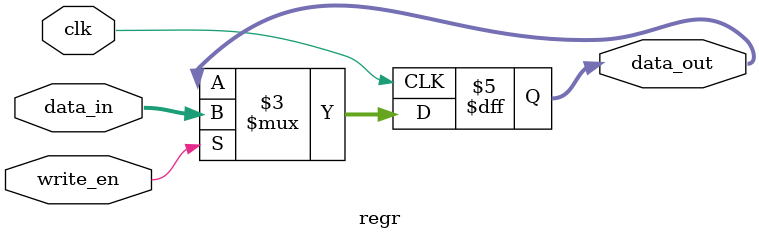
<source format=v>
module regr (
    input clk, write_en,
    input [15:0] data_in,
    output reg [15:0] data_out
    );
    
    always @(posedge clk) begin
        if (write_en == 1)
            data_out <= data_in;
    end
endmodule
</source>
